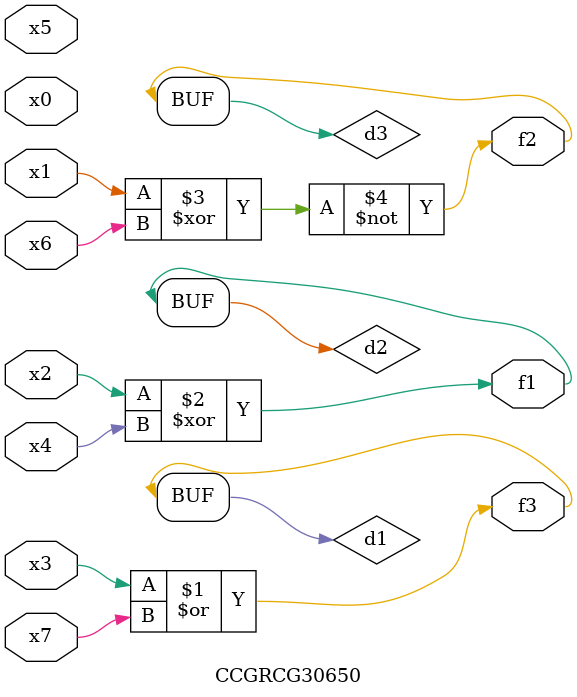
<source format=v>
module CCGRCG30650(
	input x0, x1, x2, x3, x4, x5, x6, x7,
	output f1, f2, f3
);

	wire d1, d2, d3;

	or (d1, x3, x7);
	xor (d2, x2, x4);
	xnor (d3, x1, x6);
	assign f1 = d2;
	assign f2 = d3;
	assign f3 = d1;
endmodule

</source>
